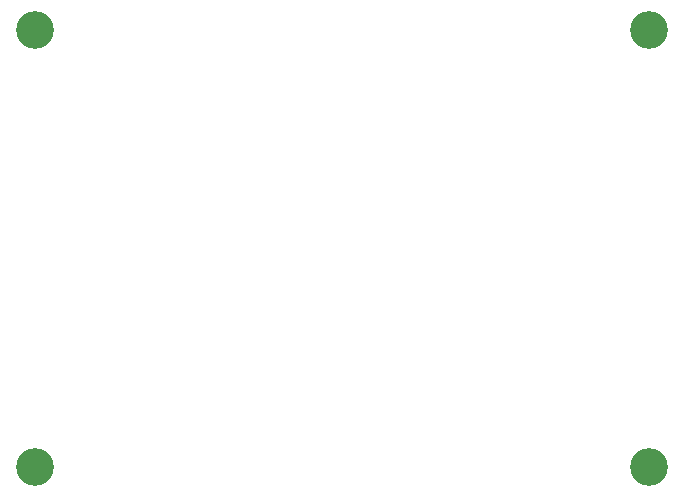
<source format=gbr>
%TF.GenerationSoftware,KiCad,Pcbnew,9.0.6*%
%TF.CreationDate,2026-01-11T11:59:42+09:00*%
%TF.ProjectId,SyncSeparator,53796e63-5365-4706-9172-61746f722e6b,rev?*%
%TF.SameCoordinates,Original*%
%TF.FileFunction,NonPlated,1,2,NPTH,Drill*%
%TF.FilePolarity,Positive*%
%FSLAX46Y46*%
G04 Gerber Fmt 4.6, Leading zero omitted, Abs format (unit mm)*
G04 Created by KiCad (PCBNEW 9.0.6) date 2026-01-11 11:59:42*
%MOMM*%
%LPD*%
G01*
G04 APERTURE LIST*
%TA.AperFunction,ComponentDrill*%
%ADD10C,3.200000*%
%TD*%
G04 APERTURE END LIST*
D10*
%TO.C,REF\u002A\u002A*%
X89000000Y-69000000D03*
X89000000Y-106000000D03*
X141000000Y-69000000D03*
X141000000Y-106000000D03*
M02*

</source>
